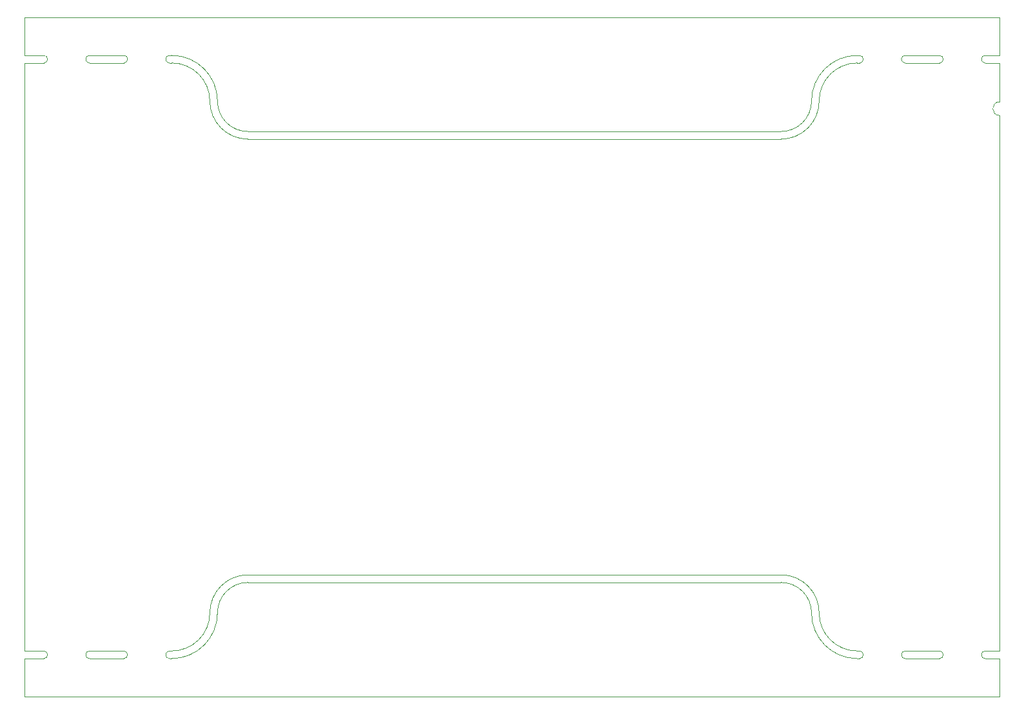
<source format=gm1>
G04*
G04 #@! TF.GenerationSoftware,Altium Limited,Altium Designer,21.3.2 (30)*
G04*
G04 Layer_Color=16711935*
%FSAX43Y43*%
%MOMM*%
G71*
G04*
G04 #@! TF.SameCoordinates,7BCF6593-9FE5-47D3-B3FF-4A217FFC91A0*
G04*
G04*
G04 #@! TF.FilePolarity,Positive*
G04*
G01*
G75*
%ADD24C,0.100*%
D24*
X0342300Y0185000D02*
G03*
X0336300Y0191000I-0006000J0000000D01*
G01*
X0342300Y0185000D02*
G03*
X0346300Y0181000I0004000J0000000D01*
G01*
X0416300Y0181000D02*
G03*
X0420300Y0185000I-0000000J0004000D01*
G01*
X0426300Y0191000D02*
G03*
X0420300Y0185000I0000000J-0006000D01*
G01*
X0420300Y0117750D02*
G03*
X0426300Y0111750I0006000J0000000D01*
G01*
X0420300Y0117750D02*
G03*
X0416300Y0121750I-0004000J0000000D01*
G01*
X0336300Y0112750D02*
G03*
X0341300Y0117750I-0000000J0005000D01*
G01*
X0346300Y0121750D02*
G03*
X0342300Y0117750I0000000J-0004000D01*
G01*
X0330000Y0190000D02*
G03*
X0330000Y0191000I0000000J0000500D01*
G01*
X0336000Y0191000D02*
G03*
X0336000Y0190000I0000000J-0000500D01*
G01*
X0432600Y0112750D02*
G03*
X0432600Y0111750I0000000J-0000500D01*
G01*
X0426600Y0111750D02*
G03*
X0426600Y0112750I0000000J0000500D01*
G01*
X0330000Y0111750D02*
G03*
X0330000Y0112750I0000000J0000500D01*
G01*
X0336000Y0112750D02*
G03*
X0336000Y0111750I0000000J-0000500D01*
G01*
X0426600Y0190000D02*
G03*
X0426600Y0191000I0000000J0000500D01*
G01*
X0432600Y0191000D02*
G03*
X0432600Y0190000I0000000J-0000500D01*
G01*
X0443100Y0191000D02*
G03*
X0443100Y0190000I0000000J-0000500D01*
G01*
X0437100Y0190000D02*
G03*
X0437100Y0191000I0000000J0000500D01*
G01*
X0443100Y0112750D02*
G03*
X0443100Y0111750I0000000J-0000500D01*
G01*
X0437100Y0111750D02*
G03*
X0437100Y0112750I0000000J0000500D01*
G01*
X0319500Y0111750D02*
G03*
X0319500Y0112750I0000000J0000500D01*
G01*
X0325500Y0112750D02*
G03*
X0325500Y0111750I0000000J-0000500D01*
G01*
X0325500Y0191000D02*
G03*
X0325500Y0190000I0000000J-0000500D01*
G01*
X0319500Y0190000D02*
G03*
X0319500Y0191000I0000000J0000500D01*
G01*
X0341300Y0185000D02*
G03*
X0336300Y0190000I-0005000J-0000000D01*
G01*
X0426300D02*
G03*
X0421300Y0185000I0000000J-0005000D01*
G01*
X0336300Y0111750D02*
G03*
X0342300Y0117750I-0000000J0006000D01*
G01*
X0445000Y0184900D02*
G03*
X0445000Y0183100I0000000J-0000900D01*
G01*
X0346300Y0122750D02*
G03*
X0341300Y0117750I0000000J-0005000D01*
G01*
X0421300D02*
G03*
X0426300Y0112750I0005000J0000000D01*
G01*
X0421300Y0117750D02*
G03*
X0416300Y0122750I-0005000J0000000D01*
G01*
X0416300Y0180000D02*
G03*
X0421300Y0185000I-0000000J0005000D01*
G01*
X0341300D02*
G03*
X0346300Y0180000I0005000J0000000D01*
G01*
X0346300Y0181000D02*
X0416300D01*
X0336000Y0191000D02*
X0336300Y0191000D01*
X0426300Y0191000D02*
X0426600Y0191000D01*
X0426300Y0111750D02*
X0426600Y0111750D01*
X0336000Y0111750D02*
X0336300Y0111750D01*
X0346300Y0121750D02*
X0416300D01*
X0317000Y0196000D02*
X0445000D01*
X0317000Y0106750D02*
X0445000D01*
X0317000Y0106750D02*
Y0111750D01*
X0432600Y0191000D02*
X0437100D01*
X0443100Y0191000D02*
X0445000D01*
X0443100Y0190000D02*
X0445000D01*
X0432600Y0190000D02*
X0437100D01*
X0325500Y0190000D02*
X0330000D01*
X0317000Y0190000D02*
X0319500D01*
X0317000Y0191000D02*
X0319500D01*
X0325500Y0191000D02*
X0330000D01*
X0336000Y0112750D02*
X0336300D01*
X0325500Y0111750D02*
X0330000D01*
X0317000Y0111750D02*
X0319500D01*
X0317000Y0112750D02*
X0319500D01*
X0325500Y0112750D02*
X0330000D01*
X0432600D02*
X0437100D01*
X0443100Y0112750D02*
X0445000D01*
X0443100Y0111750D02*
X0445000D01*
X0432600Y0111750D02*
X0437100D01*
X0445000Y0106750D02*
Y0111750D01*
X0336000Y0190000D02*
X0336300D01*
X0317000Y0183100D02*
Y0190000D01*
X0426300D02*
X0426600D01*
X0445000Y0184900D02*
Y0190000D01*
Y0191000D02*
Y0196000D01*
X0317000Y0191000D02*
Y0196000D01*
Y0112750D02*
Y0183100D01*
X0445000D02*
X0445000Y0112750D01*
X0426300D02*
X0426600D01*
X0346300Y0122750D02*
X0416300D01*
X0346300Y0180000D02*
X0416300D01*
M02*

</source>
